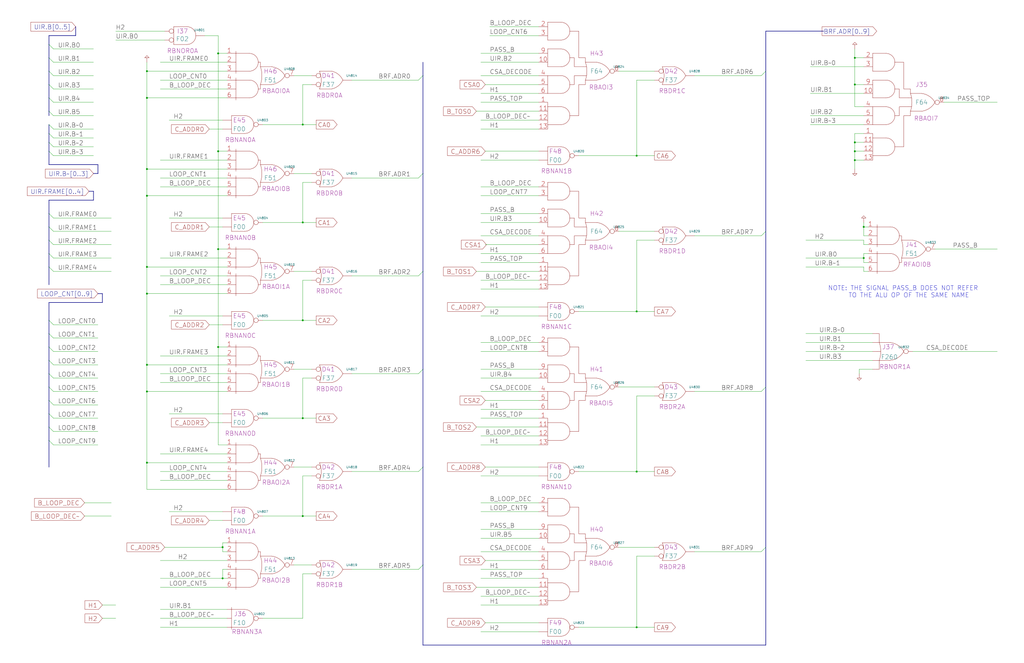
<source format=kicad_sch>
(kicad_sch (version 20230121) (generator eeschema)
  (paper "User" 584.2 378.46)
  (title_block (title "REGISTER FILE CONTROL\\nB ADDRESS GENERATION") (date "15-MAR-90") (rev "1.0") (comment 1 "TYPE") (comment 2 "232-003062") (comment 3 "S400") (comment 4 "RELEASED"))
  (junction (at 83.82 152.4))
  (junction (at 172.72 182.88))
  (junction (at 363.22 177.8))
  (junction (at 127 330.2))
  (junction (at 363.22 88.9))
  (junction (at 83.82 40.64))
  (junction (at 83.82 208.28))
  (junction (at 487.68 48.26))
  (junction (at 127 312.42))
  (junction (at 83.82 111.76))
  (junction (at 124.46 86.36))
  (junction (at 487.68 81.28))
  (junction (at 487.68 33.02))
  (junction (at 124.46 142.24))
  (junction (at 83.82 96.52))
  (junction (at 492.76 129.54))
  (junction (at 83.82 223.52))
  (junction (at 83.82 264.16))
  (junction (at 172.72 294.64))
  (junction (at 83.82 167.64))
  (junction (at 172.72 71.12))
  (junction (at 363.22 358.14))
  (junction (at 83.82 55.88))
  (junction (at 172.72 238.76))
  (junction (at 492.76 147.32))
  (junction (at 124.46 198.12))
  (junction (at 124.46 30.48))
  (junction (at 363.22 269.24))
  (junction (at 487.68 91.44))
  (junction (at 487.68 86.36))
  (junction (at 172.72 127))
  (bus_entry (at 27.94 129.54) (size 2.54 2.54))
  (bus_entry (at 27.94 63.5) (size 2.54 2.54))
  (bus_entry (at 27.94 182.88) (size 2.54 2.54))
  (bus_entry (at 27.94 144.78) (size 2.54 2.54))
  (bus_entry (at 27.94 228.6) (size 2.54 2.54))
  (bus_entry (at 27.94 236.22) (size 2.54 2.54))
  (bus_entry (at 27.94 121.92) (size 2.54 2.54))
  (bus_entry (at 241.3 210.82) (size -2.54 2.54))
  (bus_entry (at 27.94 190.5) (size 2.54 2.54))
  (bus_entry (at 27.94 152.4) (size 2.54 2.54))
  (bus_entry (at 27.94 25.4) (size 2.54 2.54))
  (bus_entry (at 27.94 251.46) (size 2.54 2.54))
  (bus_entry (at 27.94 76.2) (size 2.54 2.54))
  (bus_entry (at 27.94 220.98) (size 2.54 2.54))
  (bus_entry (at 27.94 33.02) (size 2.54 2.54))
  (bus_entry (at 241.3 99.06) (size -2.54 2.54))
  (bus_entry (at 27.94 243.84) (size 2.54 2.54))
  (bus_entry (at 27.94 86.36) (size 2.54 2.54))
  (bus_entry (at 27.94 81.28) (size 2.54 2.54))
  (bus_entry (at 436.88 40.64) (size -2.54 2.54))
  (bus_entry (at 27.94 198.12) (size 2.54 2.54))
  (bus_entry (at 27.94 205.74) (size 2.54 2.54))
  (bus_entry (at 436.88 132.08) (size -2.54 2.54))
  (bus_entry (at 27.94 40.64) (size 2.54 2.54))
  (bus_entry (at 241.3 154.94) (size -2.54 2.54))
  (bus_entry (at 241.3 322.58) (size -2.54 2.54))
  (bus_entry (at 27.94 48.26) (size 2.54 2.54))
  (bus_entry (at 27.94 213.36) (size 2.54 2.54))
  (bus_entry (at 27.94 137.16) (size 2.54 2.54))
  (bus_entry (at 27.94 71.12) (size 2.54 2.54))
  (bus_entry (at 27.94 55.88) (size 2.54 2.54))
  (bus_entry (at 241.3 266.7) (size -2.54 2.54))
  (bus_entry (at 436.88 220.98) (size -2.54 2.54))
  (bus_entry (at 241.3 43.18) (size -2.54 2.54))
  (bus_entry (at 436.88 312.42) (size -2.54 2.54))
  (wire (pts (xy 459.74 200.66) (xy 497.84 200.66)))
  (wire (pts (xy 83.82 167.64) (xy 83.82 208.28)))
  (wire (pts (xy 276.86 139.7) (xy 307.34 139.7)))
  (wire (pts (xy 274.32 134.62) (xy 307.34 134.62)))
  (wire (pts (xy 129.54 279.4) (xy 83.82 279.4)))
  (wire (pts (xy 167.64 322.58) (xy 177.8 322.58)))
  (wire (pts (xy 58.42 345.44) (xy 66.04 345.44)))
  (wire (pts (xy 276.86 266.7) (xy 307.34 266.7)))
  (wire (pts (xy 396.24 134.62) (xy 434.34 134.62)))
  (bus (pts (xy 27.94 228.6) (xy 27.94 236.22)))
  (wire (pts (xy 492.76 60.96) (xy 487.68 60.96)))
  (wire (pts (xy 83.82 208.28) (xy 83.82 223.52)))
  (wire (pts (xy 274.32 165.1) (xy 307.34 165.1)))
  (wire (pts (xy 91.44 213.36) (xy 129.54 213.36)))
  (wire (pts (xy 83.82 264.16) (xy 83.82 279.4)))
  (bus (pts (xy 50.8 109.22) (xy 53.34 109.22)))
  (wire (pts (xy 172.72 71.12) (xy 180.34 71.12)))
  (bus (pts (xy 27.94 243.84) (xy 27.94 251.46)))
  (wire (pts (xy 124.46 86.36) (xy 129.54 86.36)))
  (bus (pts (xy 27.94 213.36) (xy 27.94 220.98)))
  (wire (pts (xy 487.68 48.26) (xy 487.68 33.02)))
  (wire (pts (xy 119.38 297.18) (xy 127 297.18)))
  (bus (pts (xy 27.94 205.74) (xy 27.94 213.36)))
  (bus (pts (xy 27.94 71.12) (xy 27.94 76.2)))
  (wire (pts (xy 274.32 254) (xy 307.34 254)))
  (wire (pts (xy 48.26 294.64) (xy 63.5 294.64)))
  (wire (pts (xy 30.48 238.76) (xy 55.88 238.76)))
  (wire (pts (xy 200.66 101.6) (xy 238.76 101.6)))
  (wire (pts (xy 127 309.88) (xy 129.54 309.88)))
  (wire (pts (xy 274.32 223.52) (xy 307.34 223.52)))
  (wire (pts (xy 91.44 91.44) (xy 129.54 91.44)))
  (wire (pts (xy 274.32 238.76) (xy 307.34 238.76)))
  (wire (pts (xy 167.64 210.82) (xy 177.8 210.82)))
  (wire (pts (xy 274.32 106.68) (xy 307.34 106.68)))
  (wire (pts (xy 495.3 134.62) (xy 492.76 134.62)))
  (wire (pts (xy 274.32 121.92) (xy 307.34 121.92)))
  (bus (pts (xy 27.94 121.92) (xy 27.94 129.54)))
  (wire (pts (xy 490.22 210.82) (xy 490.22 213.36)))
  (wire (pts (xy 30.48 83.82) (xy 53.34 83.82)))
  (wire (pts (xy 91.44 218.44) (xy 129.54 218.44)))
  (wire (pts (xy 127 325.12) (xy 127 330.2)))
  (bus (pts (xy 27.94 144.78) (xy 27.94 152.4)))
  (wire (pts (xy 274.32 91.44) (xy 307.34 91.44)))
  (wire (pts (xy 30.48 215.9) (xy 55.88 215.9)))
  (wire (pts (xy 91.44 259.08) (xy 129.54 259.08)))
  (bus (pts (xy 27.94 86.36) (xy 27.94 93.98)))
  (wire (pts (xy 91.44 50.8) (xy 129.54 50.8)))
  (wire (pts (xy 93.98 312.42) (xy 127 312.42)))
  (wire (pts (xy 30.48 50.8) (xy 53.34 50.8)))
  (wire (pts (xy 91.44 330.2) (xy 127 330.2)))
  (wire (pts (xy 83.82 152.4) (xy 83.82 167.64)))
  (wire (pts (xy 30.48 200.66) (xy 55.88 200.66)))
  (wire (pts (xy 91.44 347.98) (xy 129.54 347.98)))
  (bus (pts (xy 436.88 17.78) (xy 436.88 40.64)))
  (wire (pts (xy 167.64 154.94) (xy 177.8 154.94)))
  (wire (pts (xy 363.22 358.14) (xy 373.38 358.14)))
  (wire (pts (xy 96.52 124.46) (xy 127 124.46)))
  (wire (pts (xy 363.22 88.9) (xy 373.38 88.9)))
  (bus (pts (xy 27.94 198.12) (xy 27.94 205.74)))
  (wire (pts (xy 200.66 269.24) (xy 238.76 269.24)))
  (wire (pts (xy 30.48 231.14) (xy 55.88 231.14)))
  (wire (pts (xy 119.38 185.42) (xy 127 185.42)))
  (wire (pts (xy 271.78 63.5) (xy 307.34 63.5)))
  (wire (pts (xy 459.74 205.74) (xy 497.84 205.74)))
  (bus (pts (xy 27.94 190.5) (xy 27.94 198.12)))
  (wire (pts (xy 462.28 38.1) (xy 492.76 38.1)))
  (bus (pts (xy 241.3 210.82) (xy 241.3 266.7)))
  (wire (pts (xy 487.68 86.36) (xy 492.76 86.36)))
  (bus (pts (xy 27.94 129.54) (xy 27.94 137.16)))
  (bus (pts (xy 27.94 76.2) (xy 27.94 81.28)))
  (wire (pts (xy 271.78 154.94) (xy 307.34 154.94)))
  (wire (pts (xy 200.66 157.48) (xy 238.76 157.48)))
  (wire (pts (xy 520.7 200.66) (xy 568.96 200.66)))
  (wire (pts (xy 487.68 60.96) (xy 487.68 48.26)))
  (wire (pts (xy 459.74 137.16) (xy 492.76 137.16)))
  (bus (pts (xy 27.94 137.16) (xy 27.94 144.78)))
  (wire (pts (xy 271.78 335.28) (xy 307.34 335.28)))
  (wire (pts (xy 353.06 132.08) (xy 373.38 132.08)))
  (wire (pts (xy 200.66 213.36) (xy 238.76 213.36)))
  (wire (pts (xy 124.46 142.24) (xy 124.46 198.12)))
  (wire (pts (xy 353.06 312.42) (xy 373.38 312.42)))
  (wire (pts (xy 149.86 127) (xy 172.72 127)))
  (wire (pts (xy 363.22 45.72) (xy 363.22 88.9)))
  (wire (pts (xy 487.68 33.02) (xy 487.68 27.94)))
  (wire (pts (xy 30.48 185.42) (xy 55.88 185.42)))
  (wire (pts (xy 149.86 353.06) (xy 172.72 353.06)))
  (wire (pts (xy 124.46 30.48) (xy 124.46 86.36)))
  (wire (pts (xy 274.32 248.92) (xy 307.34 248.92)))
  (bus (pts (xy 53.34 99.06) (xy 55.88 99.06)))
  (wire (pts (xy 91.44 162.56) (xy 129.54 162.56)))
  (wire (pts (xy 279.4 15.24) (xy 307.34 15.24)))
  (wire (pts (xy 200.66 45.72) (xy 238.76 45.72)))
  (wire (pts (xy 83.82 264.16) (xy 129.54 264.16)))
  (bus (pts (xy 436.88 220.98) (xy 436.88 312.42)))
  (wire (pts (xy 330.2 88.9) (xy 363.22 88.9)))
  (wire (pts (xy 129.54 111.76) (xy 83.82 111.76)))
  (wire (pts (xy 172.72 160.02) (xy 172.72 182.88)))
  (wire (pts (xy 172.72 182.88) (xy 180.34 182.88)))
  (wire (pts (xy 274.32 160.02) (xy 307.34 160.02)))
  (wire (pts (xy 487.68 81.28) (xy 487.68 86.36)))
  (wire (pts (xy 30.48 132.08) (xy 63.5 132.08)))
  (wire (pts (xy 167.64 99.06) (xy 177.8 99.06)))
  (wire (pts (xy 274.32 233.68) (xy 307.34 233.68)))
  (wire (pts (xy 83.82 35.56) (xy 83.82 40.64)))
  (wire (pts (xy 129.54 314.96) (xy 127 314.96)))
  (wire (pts (xy 129.54 223.52) (xy 83.82 223.52)))
  (bus (pts (xy 27.94 48.26) (xy 27.94 55.88)))
  (wire (pts (xy 274.32 30.48) (xy 307.34 30.48)))
  (wire (pts (xy 274.32 73.66) (xy 307.34 73.66)))
  (wire (pts (xy 330.2 177.8) (xy 363.22 177.8)))
  (wire (pts (xy 119.38 129.54) (xy 127 129.54)))
  (wire (pts (xy 274.32 68.58) (xy 307.34 68.58)))
  (wire (pts (xy 30.48 139.7) (xy 63.5 139.7)))
  (bus (pts (xy 241.3 266.7) (xy 241.3 322.58)))
  (wire (pts (xy 48.26 287.02) (xy 63.5 287.02)))
  (wire (pts (xy 373.38 45.72) (xy 363.22 45.72)))
  (wire (pts (xy 274.32 325.12) (xy 307.34 325.12)))
  (wire (pts (xy 363.22 137.16) (xy 363.22 177.8)))
  (wire (pts (xy 172.72 215.9) (xy 172.72 238.76)))
  (wire (pts (xy 274.32 200.66) (xy 307.34 200.66)))
  (wire (pts (xy 91.44 157.48) (xy 129.54 157.48)))
  (wire (pts (xy 116.84 20.32) (xy 124.46 20.32)))
  (wire (pts (xy 487.68 91.44) (xy 492.76 91.44)))
  (wire (pts (xy 274.32 360.68) (xy 307.34 360.68)))
  (wire (pts (xy 274.32 340.36) (xy 307.34 340.36)))
  (bus (pts (xy 58.42 167.64) (xy 58.42 172.72)))
  (wire (pts (xy 127 314.96) (xy 127 312.42)))
  (wire (pts (xy 363.22 269.24) (xy 373.38 269.24)))
  (wire (pts (xy 495.3 154.94) (xy 492.76 154.94)))
  (wire (pts (xy 330.2 358.14) (xy 363.22 358.14)))
  (wire (pts (xy 492.76 127) (xy 492.76 129.54)))
  (wire (pts (xy 167.64 266.7) (xy 177.8 266.7)))
  (wire (pts (xy 487.68 86.36) (xy 487.68 91.44)))
  (wire (pts (xy 459.74 190.5) (xy 497.84 190.5)))
  (wire (pts (xy 30.48 246.38) (xy 55.88 246.38)))
  (wire (pts (xy 462.28 66.04) (xy 492.76 66.04)))
  (wire (pts (xy 462.28 53.34) (xy 492.76 53.34)))
  (wire (pts (xy 172.72 327.66) (xy 172.72 353.06)))
  (wire (pts (xy 276.86 228.6) (xy 307.34 228.6)))
  (wire (pts (xy 124.46 30.48) (xy 129.54 30.48)))
  (wire (pts (xy 177.8 48.26) (xy 172.72 48.26)))
  (wire (pts (xy 149.86 71.12) (xy 172.72 71.12)))
  (wire (pts (xy 149.86 182.88) (xy 172.72 182.88)))
  (wire (pts (xy 124.46 142.24) (xy 129.54 142.24)))
  (wire (pts (xy 492.76 139.7) (xy 492.76 137.16)))
  (wire (pts (xy 129.54 55.88) (xy 83.82 55.88)))
  (wire (pts (xy 172.72 294.64) (xy 180.34 294.64)))
  (wire (pts (xy 538.48 58.42) (xy 568.96 58.42)))
  (wire (pts (xy 177.8 104.14) (xy 172.72 104.14)))
  (wire (pts (xy 91.44 203.2) (xy 129.54 203.2)))
  (wire (pts (xy 274.32 215.9) (xy 307.34 215.9)))
  (wire (pts (xy 492.76 154.94) (xy 492.76 152.4)))
  (wire (pts (xy 274.32 292.1) (xy 307.34 292.1)))
  (wire (pts (xy 373.38 137.16) (xy 363.22 137.16)))
  (wire (pts (xy 58.42 353.06) (xy 66.04 353.06)))
  (wire (pts (xy 396.24 314.96) (xy 434.34 314.96)))
  (wire (pts (xy 124.46 20.32) (xy 124.46 30.48)))
  (bus (pts (xy 27.94 251.46) (xy 27.94 266.7)))
  (wire (pts (xy 30.48 223.52) (xy 55.88 223.52)))
  (wire (pts (xy 274.32 210.82) (xy 307.34 210.82)))
  (bus (pts (xy 241.3 368.3) (xy 436.88 368.3)))
  (wire (pts (xy 274.32 345.44) (xy 307.34 345.44)))
  (bus (pts (xy 27.94 20.32) (xy 27.94 25.4)))
  (wire (pts (xy 353.06 220.98) (xy 373.38 220.98)))
  (wire (pts (xy 149.86 238.76) (xy 172.72 238.76)))
  (wire (pts (xy 495.3 149.86) (xy 492.76 149.86)))
  (wire (pts (xy 396.24 223.52) (xy 434.34 223.52)))
  (bus (pts (xy 55.88 99.06) (xy 55.88 93.98)))
  (wire (pts (xy 83.82 40.64) (xy 83.82 55.88)))
  (bus (pts (xy 58.42 172.72) (xy 27.94 172.72)))
  (wire (pts (xy 276.86 48.26) (xy 307.34 48.26)))
  (wire (pts (xy 83.82 223.52) (xy 83.82 264.16)))
  (wire (pts (xy 172.72 48.26) (xy 172.72 71.12)))
  (wire (pts (xy 91.44 335.28) (xy 129.54 335.28)))
  (bus (pts (xy 241.3 43.18) (xy 241.3 99.06)))
  (wire (pts (xy 363.22 317.5) (xy 363.22 358.14)))
  (wire (pts (xy 124.46 254) (xy 129.54 254)))
  (wire (pts (xy 373.38 226.06) (xy 363.22 226.06)))
  (wire (pts (xy 274.32 271.78) (xy 307.34 271.78)))
  (wire (pts (xy 129.54 167.64) (xy 83.82 167.64)))
  (wire (pts (xy 459.74 195.58) (xy 497.84 195.58)))
  (wire (pts (xy 492.76 134.62) (xy 492.76 129.54)))
  (wire (pts (xy 119.38 241.3) (xy 127 241.3)))
  (wire (pts (xy 30.48 43.18) (xy 53.34 43.18)))
  (wire (pts (xy 495.3 139.7) (xy 492.76 139.7)))
  (wire (pts (xy 30.48 208.28) (xy 55.88 208.28)))
  (wire (pts (xy 129.54 325.12) (xy 127 325.12)))
  (wire (pts (xy 177.8 215.9) (xy 172.72 215.9)))
  (bus (pts (xy 53.34 114.3) (xy 27.94 114.3)))
  (wire (pts (xy 274.32 330.2) (xy 307.34 330.2)))
  (wire (pts (xy 172.72 271.78) (xy 172.72 294.64)))
  (wire (pts (xy 487.68 81.28) (xy 492.76 81.28)))
  (wire (pts (xy 66.04 17.78) (xy 93.98 17.78)))
  (bus (pts (xy 27.94 25.4) (xy 27.94 33.02)))
  (wire (pts (xy 124.46 198.12) (xy 124.46 254)))
  (bus (pts (xy 241.3 322.58) (xy 241.3 368.3)))
  (wire (pts (xy 91.44 274.32) (xy 129.54 274.32)))
  (wire (pts (xy 83.82 96.52) (xy 129.54 96.52)))
  (wire (pts (xy 119.38 73.66) (xy 127 73.66)))
  (wire (pts (xy 30.48 27.94) (xy 53.34 27.94)))
  (wire (pts (xy 91.44 106.68) (xy 129.54 106.68)))
  (wire (pts (xy 127 330.2) (xy 129.54 330.2)))
  (wire (pts (xy 96.52 68.58) (xy 127 68.58)))
  (wire (pts (xy 83.82 55.88) (xy 83.82 96.52)))
  (wire (pts (xy 30.48 66.04) (xy 53.34 66.04)))
  (wire (pts (xy 91.44 358.14) (xy 129.54 358.14)))
  (wire (pts (xy 274.32 287.02) (xy 307.34 287.02)))
  (wire (pts (xy 533.4 142.24) (xy 568.96 142.24)))
  (wire (pts (xy 276.86 86.36) (xy 307.34 86.36)))
  (bus (pts (xy 43.18 15.24) (xy 43.18 20.32)))
  (bus (pts (xy 436.88 312.42) (xy 436.88 368.3)))
  (wire (pts (xy 149.86 294.64) (xy 172.72 294.64)))
  (wire (pts (xy 30.48 147.32) (xy 63.5 147.32)))
  (wire (pts (xy 274.32 180.34) (xy 307.34 180.34)))
  (wire (pts (xy 83.82 111.76) (xy 83.82 152.4)))
  (wire (pts (xy 96.52 292.1) (xy 127 292.1)))
  (wire (pts (xy 91.44 45.72) (xy 129.54 45.72)))
  (wire (pts (xy 492.76 129.54) (xy 495.3 129.54)))
  (wire (pts (xy 274.32 195.58) (xy 307.34 195.58)))
  (wire (pts (xy 276.86 175.26) (xy 307.34 175.26)))
  (wire (pts (xy 487.68 76.2) (xy 487.68 81.28)))
  (bus (pts (xy 27.94 114.3) (xy 27.94 121.92)))
  (wire (pts (xy 177.8 160.02) (xy 172.72 160.02)))
  (bus (pts (xy 241.3 99.06) (xy 241.3 154.94)))
  (wire (pts (xy 30.48 124.46) (xy 63.5 124.46)))
  (wire (pts (xy 177.8 327.66) (xy 172.72 327.66)))
  (wire (pts (xy 274.32 53.34) (xy 307.34 53.34)))
  (wire (pts (xy 177.8 271.78) (xy 172.72 271.78)))
  (wire (pts (xy 124.46 86.36) (xy 124.46 142.24)))
  (wire (pts (xy 83.82 96.52) (xy 83.82 111.76)))
  (wire (pts (xy 127 312.42) (xy 127 309.88)))
  (wire (pts (xy 373.38 317.5) (xy 363.22 317.5)))
  (wire (pts (xy 66.04 22.86) (xy 93.98 22.86)))
  (wire (pts (xy 96.52 180.34) (xy 127 180.34)))
  (wire (pts (xy 83.82 208.28) (xy 129.54 208.28)))
  (bus (pts (xy 27.94 33.02) (xy 27.94 40.64)))
  (wire (pts (xy 271.78 243.84) (xy 307.34 243.84)))
  (wire (pts (xy 492.76 147.32) (xy 492.76 144.78)))
  (wire (pts (xy 91.44 147.32) (xy 129.54 147.32)))
  (wire (pts (xy 30.48 58.42) (xy 53.34 58.42)))
  (wire (pts (xy 363.22 226.06) (xy 363.22 269.24)))
  (bus (pts (xy 53.34 109.22) (xy 53.34 114.3)))
  (wire (pts (xy 279.4 20.32) (xy 307.34 20.32)))
  (wire (pts (xy 462.28 71.12) (xy 492.76 71.12)))
  (bus (pts (xy 27.94 40.64) (xy 27.94 48.26)))
  (wire (pts (xy 274.32 111.76) (xy 307.34 111.76)))
  (bus (pts (xy 241.3 154.94) (xy 241.3 210.82)))
  (wire (pts (xy 30.48 154.94) (xy 63.5 154.94)))
  (wire (pts (xy 30.48 88.9) (xy 53.34 88.9)))
  (wire (pts (xy 459.74 147.32) (xy 492.76 147.32)))
  (bus (pts (xy 436.88 17.78) (xy 469.9 17.78)))
  (bus (pts (xy 27.94 152.4) (xy 27.94 162.56)))
  (bus (pts (xy 27.94 182.88) (xy 27.94 190.5)))
  (wire (pts (xy 487.68 48.26) (xy 492.76 48.26)))
  (wire (pts (xy 30.48 35.56) (xy 53.34 35.56)))
  (wire (pts (xy 497.84 210.82) (xy 490.22 210.82)))
  (wire (pts (xy 274.32 314.96) (xy 307.34 314.96)))
  (bus (pts (xy 436.88 132.08) (xy 436.88 220.98)))
  (wire (pts (xy 96.52 236.22) (xy 127 236.22)))
  (wire (pts (xy 172.72 127) (xy 180.34 127)))
  (bus (pts (xy 436.88 40.64) (xy 436.88 132.08)))
  (wire (pts (xy 330.2 269.24) (xy 363.22 269.24)))
  (wire (pts (xy 30.48 254) (xy 55.88 254)))
  (bus (pts (xy 55.88 93.98) (xy 27.94 93.98)))
  (wire (pts (xy 274.32 35.56) (xy 307.34 35.56)))
  (wire (pts (xy 492.76 144.78) (xy 495.3 144.78)))
  (wire (pts (xy 276.86 320.04) (xy 307.34 320.04)))
  (bus (pts (xy 27.94 236.22) (xy 27.94 243.84)))
  (wire (pts (xy 274.32 144.78) (xy 307.34 144.78)))
  (bus (pts (xy 55.88 167.64) (xy 58.42 167.64)))
  (wire (pts (xy 91.44 35.56) (xy 129.54 35.56)))
  (wire (pts (xy 172.72 104.14) (xy 172.72 127)))
  (wire (pts (xy 363.22 177.8) (xy 373.38 177.8)))
  (wire (pts (xy 276.86 355.6) (xy 307.34 355.6)))
  (wire (pts (xy 274.32 302.26) (xy 307.34 302.26)))
  (wire (pts (xy 274.32 58.42) (xy 307.34 58.42)))
  (wire (pts (xy 274.32 43.18) (xy 307.34 43.18)))
  (wire (pts (xy 167.64 43.18) (xy 177.8 43.18)))
  (wire (pts (xy 91.44 101.6) (xy 129.54 101.6)))
  (bus (pts (xy 27.94 172.72) (xy 27.94 182.88)))
  (bus (pts (xy 27.94 220.98) (xy 27.94 228.6)))
  (wire (pts (xy 91.44 353.06) (xy 129.54 353.06)))
  (bus (pts (xy 27.94 81.28) (xy 27.94 86.36)))
  (wire (pts (xy 487.68 33.02) (xy 492.76 33.02)))
  (wire (pts (xy 83.82 40.64) (xy 129.54 40.64)))
  (bus (pts (xy 27.94 55.88) (xy 27.94 63.5)))
  (bus (pts (xy 43.18 20.32) (xy 27.94 20.32)))
  (bus (pts (xy 27.94 63.5) (xy 27.94 66.04)))
  (wire (pts (xy 30.48 78.74) (xy 53.34 78.74)))
  (wire (pts (xy 274.32 127) (xy 307.34 127)))
  (wire (pts (xy 487.68 91.44) (xy 487.68 96.52)))
  (wire (pts (xy 353.06 40.64) (xy 373.38 40.64)))
  (bus (pts (xy 241.3 35.56) (xy 241.3 43.18)))
  (wire (pts (xy 459.74 152.4) (xy 492.76 152.4)))
  (wire (pts (xy 172.72 238.76) (xy 180.34 238.76)))
  (wire (pts (xy 30.48 73.66) (xy 53.34 73.66)))
  (wire (pts (xy 492.76 76.2) (xy 487.68 76.2)))
  (wire (pts (xy 200.66 325.12) (xy 238.76 325.12)))
  (wire (pts (xy 30.48 193.04) (xy 55.88 193.04)))
  (wire (pts (xy 124.46 198.12) (xy 129.54 198.12)))
  (wire (pts (xy 91.44 320.04) (xy 129.54 320.04)))
  (wire (pts (xy 83.82 152.4) (xy 129.54 152.4)))
  (wire (pts (xy 274.32 307.34) (xy 307.34 307.34)))
  (wire (pts (xy 91.44 269.24) (xy 129.54 269.24)))
  (wire (pts (xy 396.24 43.18) (xy 434.34 43.18)))
  (wire (pts (xy 492.76 149.86) (xy 492.76 147.32)))
  (wire (pts (xy 274.32 149.86) (xy 307.34 149.86)))
  (text "NOTE: THE SIGNAL PASS_B DOES NOT REFER\n      TO THE ALU OP OF THE SAME NAME" (at 472.44 170.18 0) (effects (font (size 2.54 2.54)) (justify left bottom)))
  (label "LOOP_CNT7" (at 279.4 111.76 0) (effects (font (size 2.54 2.54))))
  (label "UIR.B4" (at 33.02 58.42 0) (effects (font (size 2.54 2.54))))
  (label "B_LOOP_DEC" (at 96.52 330.2 0) (effects (font (size 2.54 2.54))))
  (label "UIR.B1" (at 467.36 195.58 0) (effects (font (size 2.54 2.54))))
  (label "UIR.FRAME1" (at 33.02 132.08 0) (effects (font (size 2.54 2.54))))
  (label "BRF.ADR2" (at 215.9 157.48 0) (effects (font (size 2.54 2.54))))
  (label "H2" (at 279.4 180.34 0) (effects (font (size 2.54 2.54))))
  (label "UIR.B3" (at 279.4 127 0) (effects (font (size 2.54 2.54))))
  (label "PASS_TOP" (at 546.1 58.42 0) (effects (font (size 2.54 2.54))))
  (label "UIR.B2" (at 462.28 66.04 0) (effects (font (size 2.54 2.54))))
  (label "UIR.FRAME3" (at 33.02 147.32 0) (effects (font (size 2.54 2.54))))
  (label "B_LOOP_DEC~" (at 276.86 68.58 0) (effects (font (size 2.54 2.54))))
  (label "UIR.B~1" (at 464.82 152.4 0) (effects (font (size 2.54 2.54))))
  (label "UIR.B0" (at 66.04 22.86 0) (effects (font (size 2.54 2.54))))
  (label "CSA_DECODE" (at 279.4 43.18 0) (effects (font (size 2.54 2.54))))
  (label "BRF.ADR9" (at 411.48 314.96 0) (effects (font (size 2.54 2.54))))
  (label "H2" (at 99.06 236.22 0) (effects (font (size 2.54 2.54))))
  (label "UIR.B1" (at 462.28 53.34 0) (effects (font (size 2.54 2.54))))
  (label "UIR.B~2" (at 33.02 83.82 0) (effects (font (size 2.54 2.54))))
  (label "BRF.ADR8" (at 411.48 223.52 0) (effects (font (size 2.54 2.54))))
  (label "UIR.B5" (at 33.02 66.04 0) (effects (font (size 2.54 2.54))))
  (label "H1" (at 279.4 345.44 0) (effects (font (size 2.54 2.54))))
  (label "LOOP_CNT9" (at 279.4 292.1 0) (effects (font (size 2.54 2.54))))
  (label "UIR.B~0" (at 467.36 190.5 0) (effects (font (size 2.54 2.54))))
  (label "CSA_DECODE" (at 279.4 223.52 0) (effects (font (size 2.54 2.54))))
  (label "H2" (at 99.06 68.58 0) (effects (font (size 2.54 2.54))))
  (label "H1" (at 279.4 53.34 0) (effects (font (size 2.54 2.54))))
  (label "LOOP_CNT1" (at 33.02 193.04 0) (effects (font (size 2.54 2.54))))
  (label "LOOP_CNT2" (at 96.52 157.48 0) (effects (font (size 2.54 2.54))))
  (label "PASS_B" (at 279.4 121.92 0) (effects (font (size 2.54 2.54))))
  (label "H1" (at 279.4 73.66 0) (effects (font (size 2.54 2.54))))
  (label "UIR.B~0" (at 33.02 73.66 0) (effects (font (size 2.54 2.54))))
  (label "LOOP_CNT6" (at 279.4 20.32 0) (effects (font (size 2.54 2.54))))
  (label "UIR.B~2" (at 467.36 200.66 0) (effects (font (size 2.54 2.54))))
  (label "B_LOOP_DEC~" (at 276.86 160.02 0) (effects (font (size 2.54 2.54))))
  (label "H2" (at 99.06 180.34 0) (effects (font (size 2.54 2.54))))
  (label "LOOP_CNT2" (at 33.02 200.66 0) (effects (font (size 2.54 2.54))))
  (label "H1" (at 279.4 254 0) (effects (font (size 2.54 2.54))))
  (label "UIR.B0" (at 464.82 147.32 0) (effects (font (size 2.54 2.54))))
  (label "LOOP_CNT4" (at 33.02 215.9 0) (effects (font (size 2.54 2.54))))
  (label "B_LOOP_DEC" (at 96.52 50.8 0) (effects (font (size 2.54 2.54))))
  (label "UIR.B~3" (at 462.28 71.12 0) (effects (font (size 2.54 2.54))))
  (label "LOOP_CNT6" (at 33.02 231.14 0) (effects (font (size 2.54 2.54))))
  (label "UIR.FRAME4" (at 33.02 154.94 0) (effects (font (size 2.54 2.54))))
  (label "UIR.B3" (at 33.02 50.8 0) (effects (font (size 2.54 2.54))))
  (label "LOOP_CNT0" (at 96.52 45.72 0) (effects (font (size 2.54 2.54))))
  (label "LOOP_CNT1" (at 96.52 101.6 0) (effects (font (size 2.54 2.54))))
  (label "H1" (at 279.4 144.78 0) (effects (font (size 2.54 2.54))))
  (label "B_LOOP_DEC" (at 279.4 15.24 0) (effects (font (size 2.54 2.54))))
  (label "BRF.ADR7" (at 411.48 134.62 0) (effects (font (size 2.54 2.54))))
  (label "BRF.ADR6" (at 411.48 43.18 0) (effects (font (size 2.54 2.54))))
  (label "UIR.B5" (at 279.4 307.34 0) (effects (font (size 2.54 2.54))))
  (label "H2" (at 101.6 320.04 0) (effects (font (size 2.54 2.54))))
  (label "LOOP_CNT9" (at 33.02 254 0) (effects (font (size 2.54 2.54))))
  (label "UIR.FRAME1" (at 96.52 91.44 0) (effects (font (size 2.54 2.54))))
  (label "BRF.ADR1" (at 215.9 101.6 0) (effects (font (size 2.54 2.54))))
  (label "BRF.ADR0" (at 215.9 45.72 0) (effects (font (size 2.54 2.54))))
  (label "UIR.FRAME2" (at 33.02 139.7 0) (effects (font (size 2.54 2.54))))
  (label "BRF.ADR5" (at 215.9 325.12 0) (effects (font (size 2.54 2.54))))
  (label "B_LOOP_DEC~" (at 276.86 340.36 0) (effects (font (size 2.54 2.54))))
  (label "CSA_DECODE" (at 279.4 314.96 0) (effects (font (size 2.54 2.54))))
  (label "UIR.B3" (at 467.36 205.74 0) (effects (font (size 2.54 2.54))))
  (label "H1" (at 279.4 233.68 0) (effects (font (size 2.54 2.54))))
  (label "PASS_B" (at 279.4 210.82 0) (effects (font (size 2.54 2.54))))
  (label "UIR.B2" (at 279.4 35.56 0) (effects (font (size 2.54 2.54))))
  (label "UIR.FRAME2" (at 96.52 147.32 0) (effects (font (size 2.54 2.54))))
  (label "LOOP_CNT8" (at 33.02 246.38 0) (effects (font (size 2.54 2.54))))
  (label "LOOP_CNT5" (at 96.52 335.28 0) (effects (font (size 2.54 2.54))))
  (label "H2" (at 279.4 91.44 0) (effects (font (size 2.54 2.54))))
  (label "H1" (at 279.4 325.12 0) (effects (font (size 2.54 2.54))))
  (label "LOOP_CNT0" (at 33.02 185.42 0) (effects (font (size 2.54 2.54))))
  (label "H2" (at 464.82 137.16 0) (effects (font (size 2.54 2.54))))
  (label "UIR.B4" (at 279.4 215.9 0) (effects (font (size 2.54 2.54))))
  (label "LOOP_CNT7" (at 33.02 238.76 0) (effects (font (size 2.54 2.54))))
  (label "LOOP_CNT3" (at 33.02 208.28 0) (effects (font (size 2.54 2.54))))
  (label "LOOP_CNT3" (at 96.52 213.36 0) (effects (font (size 2.54 2.54))))
  (label "B_LOOP_DEC" (at 96.52 274.32 0) (effects (font (size 2.54 2.54))))
  (label "B_LOOP_DEC" (at 96.52 218.44 0) (effects (font (size 2.54 2.54))))
  (label "B_LOOP_DEC" (at 96.52 106.68 0) (effects (font (size 2.54 2.54))))
  (label "PASS_B" (at 543.56 142.24 0) (effects (font (size 2.54 2.54))))
  (label "H2" (at 99.06 124.46 0) (effects (font (size 2.54 2.54))))
  (label "H2" (at 99.06 292.1 0) (effects (font (size 2.54 2.54))))
  (label "CSA_DECODE" (at 528.32 200.66 0) (effects (font (size 2.54 2.54))))
  (label "PASS_B" (at 279.4 302.26 0) (effects (font (size 2.54 2.54))))
  (label "BRF.ADR3" (at 215.9 213.36 0) (effects (font (size 2.54 2.54))))
  (label "B_LOOP_DEC" (at 96.52 162.56 0) (effects (font (size 2.54 2.54))))
  (label "PASS_TOP" (at 279.4 330.2 0) (effects (font (size 2.54 2.54))))
  (label "UIR.B1" (at 96.52 347.98 0) (effects (font (size 2.54 2.54))))
  (label "UIR.B0" (at 33.02 27.94 0) (effects (font (size 2.54 2.54))))
  (label "UIR.FRAME0" (at 96.52 35.56 0) (effects (font (size 2.54 2.54))))
  (label "UIR.B2" (at 33.02 43.18 0) (effects (font (size 2.54 2.54))))
  (label "H2" (at 279.4 360.68 0) (effects (font (size 2.54 2.54))))
  (label "H2" (at 279.4 271.78 0) (effects (font (size 2.54 2.54))))
  (label "BRF.ADR4" (at 215.9 269.24 0) (effects (font (size 2.54 2.54))))
  (label "B_LOOP_DEC~" (at 276.86 248.92 0) (effects (font (size 2.54 2.54))))
  (label "UIR.B~0" (at 462.28 38.1 0) (effects (font (size 2.54 2.54))))
  (label "B_LOOP_DEC" (at 279.4 287.02 0) (effects (font (size 2.54 2.54))))
  (label "UIR.B1" (at 33.02 35.56 0) (effects (font (size 2.54 2.54))))
  (label "PASS_B" (at 279.4 30.48 0) (effects (font (size 2.54 2.54))))
  (label "UIR.FRAME0" (at 33.02 124.46 0) (effects (font (size 2.54 2.54))))
  (label "UIR.FRAME4" (at 96.52 259.08 0) (effects (font (size 2.54 2.54))))
  (label "UIR.B~1" (at 33.02 78.74 0) (effects (font (size 2.54 2.54))))
  (label "H1" (at 96.52 358.14 0) (effects (font (size 2.54 2.54))))
  (label "PASS_TOP" (at 279.4 149.86 0) (effects (font (size 2.54 2.54))))
  (label "PASS_TOP" (at 279.4 58.42 0) (effects (font (size 2.54 2.54))))
  (label "H1" (at 279.4 165.1 0) (effects (font (size 2.54 2.54))))
  (label "LOOP_CNT5" (at 33.02 223.52 0) (effects (font (size 2.54 2.54))))
  (label "B_LOOP_DEC" (at 279.4 106.68 0) (effects (font (size 2.54 2.54))))
  (label "UIR.FRAME3" (at 96.52 203.2 0) (effects (font (size 2.54 2.54))))
  (label "LOOP_CNT8" (at 279.4 200.66 0) (effects (font (size 2.54 2.54))))
  (label "PASS_TOP" (at 279.4 238.76 0) (effects (font (size 2.54 2.54))))
  (label "UIR.B~3" (at 33.02 88.9 0) (effects (font (size 2.54 2.54))))
  (label "B_LOOP_DEC~" (at 96.52 353.06 0) (effects (font (size 2.54 2.54))))
  (label "H2" (at 66.04 17.78 0) (effects (font (size 2.54 2.54))))
  (label "B_LOOP_DEC" (at 279.4 195.58 0) (effects (font (size 2.54 2.54))))
  (label "LOOP_CNT4" (at 96.52 269.24 0) (effects (font (size 2.54 2.54))))
  (label "CSA_DECODE" (at 279.4 134.62 0) (effects (font (size 2.54 2.54))))
  (global_label "B_TOS0" (shape input) (at 271.78 63.5 180) (effects (font (size 2.54 2.54))) (property "Intersheetrefs" "${INTERSHEET_REFS}" (at 253.4073 63.3413 0) (effects (font (size 1.905 1.905)) (justify right))))
  (global_label "C_ADDR4" (shape input) (at 119.38 297.18 180) (effects (font (size 2.54 2.54))) (property "Intersheetrefs" "${INTERSHEET_REFS}" (at 97.8626 297.0213 0) (effects (font (size 1.905 1.905)) (justify right))))
  (global_label "C_ADDR5" (shape input) (at 93.98 312.42 180) (effects (font (size 2.54 2.54))) (property "Intersheetrefs" "${INTERSHEET_REFS}" (at 72.4626 312.2613 0) (effects (font (size 1.905 1.905)) (justify right))))
  (global_label "CA6" (shape output) (at 373.38 88.9 0) (effects (font (size 2.54 2.54))) (property "Intersheetrefs" "${INTERSHEET_REFS}" (at 385.3422 88.7413 0) (effects (font (size 1.905 1.905)) (justify left))))
  (global_label "C_ADDR0" (shape input) (at 119.38 73.66 180) (effects (font (size 2.54 2.54))) (property "Intersheetrefs" "${INTERSHEET_REFS}" (at 97.8626 73.5013 0) (effects (font (size 1.905 1.905)) (justify right))))
  (global_label "C_ADDR1" (shape input) (at 119.38 129.54 180) (effects (font (size 2.54 2.54))) (property "Intersheetrefs" "${INTERSHEET_REFS}" (at 99.7978 129.3813 0) (effects (font (size 1.905 1.905)) (justify right))))
  (global_label "CSA3" (shape input) (at 276.86 320.04 180) (effects (font (size 2.54 2.54))) (property "Intersheetrefs" "${INTERSHEET_REFS}" (at 262.4788 319.8813 0) (effects (font (size 1.905 1.905)) (justify right))))
  (global_label "CSA2" (shape input) (at 276.86 228.6 180) (effects (font (size 2.54 2.54))) (property "Intersheetrefs" "${INTERSHEET_REFS}" (at 262.4788 228.4413 0) (effects (font (size 1.905 1.905)) (justify right))))
  (global_label "CA7" (shape output) (at 373.38 177.8 0) (effects (font (size 2.54 2.54))) (property "Intersheetrefs" "${INTERSHEET_REFS}" (at 385.3422 177.6413 0) (effects (font (size 1.905 1.905)) (justify left))))
  (global_label "C_ADDR6" (shape input) (at 276.86 86.36 180) (effects (font (size 2.54 2.54))) (property "Intersheetrefs" "${INTERSHEET_REFS}" (at 255.3426 86.2013 0) (effects (font (size 1.905 1.905)) (justify right))))
  (global_label "BRF.ADR[0..9]" (shape output) (at 468.9551 17.78 0) (effects (font (size 2.54 2.54))) (property "Intersheetrefs" "${INTERSHEET_REFS}" (at 499.7859 17.6213 0) (effects (font (size 1.905 1.905)) (justify left))))
  (global_label "CSA1" (shape input) (at 277.5303 139.7 180) (effects (font (size 2.54 2.54))) (property "Intersheetrefs" "${INTERSHEET_REFS}" (at 263.1491 139.5413 0) (effects (font (size 1.905 1.905)) (justify right))))
  (global_label "LOOP_CNT[0..9]" (shape input) (at 55.88 167.64 180) (effects (font (size 2.54 2.54))) (property "Intersheetrefs" "${INTERSHEET_REFS}" (at 21.4207 167.4813 0) (effects (font (size 1.905 1.905)) (justify right))))
  (global_label "CA8" (shape output) (at 373.38 269.24 0) (effects (font (size 2.54 2.54))) (property "Intersheetrefs" "${INTERSHEET_REFS}" (at 385.3422 269.0813 0) (effects (font (size 1.905 1.905)) (justify left))))
  (global_label "C_ADDR3" (shape input) (at 119.38 241.3 180) (effects (font (size 2.54 2.54))) (property "Intersheetrefs" "${INTERSHEET_REFS}" (at 97.8626 241.1413 0) (effects (font (size 1.905 1.905)) (justify right))))
  (global_label "B_LOOP_DEC~" (shape input) (at 48.26 294.64 180) (effects (font (size 2.54 2.54))) (property "Intersheetrefs" "${INTERSHEET_REFS}" (at 18.2759 294.4813 0) (effects (font (size 1.905 1.905)) (justify right))))
  (global_label "CA4" (shape output) (at 180.34 294.64 0) (effects (font (size 2.54 2.54))) (property "Intersheetrefs" "${INTERSHEET_REFS}" (at 192.3022 294.4813 0) (effects (font (size 1.905 1.905)) (justify left))))
  (global_label "UIR.B~[0..3]" (shape input) (at 53.34 99.06 180) (effects (font (size 2.54 2.54))) (property "Intersheetrefs" "${INTERSHEET_REFS}" (at 25.8959 98.9013 0) (effects (font (size 1.905 1.905)) (justify right))))
  (global_label "H1" (shape input) (at 58.42 345.44 180) (effects (font (size 2.54 2.54))) (property "Intersheetrefs" "${INTERSHEET_REFS}" (at 48.514 345.2813 0) (effects (font (size 1.905 1.905)) (justify right))))
  (global_label "H2" (shape input) (at 58.42 353.06 180) (effects (font (size 2.54 2.54))) (property "Intersheetrefs" "${INTERSHEET_REFS}" (at 48.514 352.9013 0) (effects (font (size 1.905 1.905)) (justify right))))
  (global_label "CA1" (shape output) (at 180.34 127 0) (effects (font (size 2.54 2.54))) (property "Intersheetrefs" "${INTERSHEET_REFS}" (at 192.3022 126.8413 0) (effects (font (size 1.905 1.905)) (justify left))))
  (global_label "B_TOS2" (shape input) (at 271.78 243.84 180) (effects (font (size 2.54 2.54))) (property "Intersheetrefs" "${INTERSHEET_REFS}" (at 253.4073 243.6813 0) (effects (font (size 1.905 1.905)) (justify right))))
  (global_label "UIR.FRAME[0..4]" (shape input) (at 50.8 109.22 180) (effects (font (size 2.54 2.54))) (property "Intersheetrefs" "${INTERSHEET_REFS}" (at 15.615 109.0613 0) (effects (font (size 1.905 1.905)) (justify right))))
  (global_label "B_TOS1" (shape input) (at 271.78 154.94 180) (effects (font (size 2.54 2.54))) (property "Intersheetrefs" "${INTERSHEET_REFS}" (at 253.4073 154.7813 0) (effects (font (size 1.905 1.905)) (justify right))))
  (global_label "B_TOS3" (shape input) (at 271.78 335.28 180) (effects (font (size 2.54 2.54))) (property "Intersheetrefs" "${INTERSHEET_REFS}" (at 253.4073 335.1213 0) (effects (font (size 1.905 1.905)) (justify right))))
  (global_label "CA2" (shape output) (at 180.34 182.88 0) (effects (font (size 2.54 2.54))) (property "Intersheetrefs" "${INTERSHEET_REFS}" (at 192.3022 182.7213 0) (effects (font (size 1.905 1.905)) (justify left))))
  (global_label "CSA0" (shape input) (at 276.86 48.26 180) (effects (font (size 2.54 2.54))) (property "Intersheetrefs" "${INTERSHEET_REFS}" (at 262.4788 48.1013 0) (effects (font (size 1.905 1.905)) (justify right))))
  (global_label "CA0" (shape output) (at 180.34 71.12 0) (effects (font (size 2.54 2.54))) (property "Intersheetrefs" "${INTERSHEET_REFS}" (at 192.3022 70.9613 0) (effects (font (size 1.905 1.905)) (justify left))))
  (global_label "C_ADDR8" (shape input) (at 276.86 266.7 180) (effects (font (size 2.54 2.54))) (property "Intersheetrefs" "${INTERSHEET_REFS}" (at 255.3426 266.5413 0) (effects (font (size 1.905 1.905)) (justify right))))
  (global_label "CA9" (shape output) (at 373.38 358.14 0) (effects (font (size 2.54 2.54))) (property "Intersheetrefs" "${INTERSHEET_REFS}" (at 385.3422 357.9813 0) (effects (font (size 1.905 1.905)) (justify left))))
  (global_label "CA3" (shape output) (at 180.34 238.76 0) (effects (font (size 2.54 2.54))) (property "Intersheetrefs" "${INTERSHEET_REFS}" (at 192.3022 238.6013 0) (effects (font (size 1.905 1.905)) (justify left))))
  (global_label "B_LOOP_DEC" (shape input) (at 48.26 287.02 180) (effects (font (size 2.54 2.54))) (property "Intersheetrefs" "${INTERSHEET_REFS}" (at 20.0902 286.8613 0) (effects (font (size 1.905 1.905)) (justify right))))
  (global_label "UIR.B[0..5]" (shape input) (at 43.18 15.24 180) (effects (font (size 2.54 2.54))) (property "Intersheetrefs" "${INTERSHEET_REFS}" (at 17.913 15.0813 0) (effects (font (size 1.905 1.905)) (justify right))))
  (global_label "C_ADDR9" (shape input) (at 276.86 355.6 180) (effects (font (size 2.54 2.54))) (property "Intersheetrefs" "${INTERSHEET_REFS}" (at 255.3426 355.4413 0) (effects (font (size 1.905 1.905)) (justify right))))
  (global_label "C_ADDR2" (shape input) (at 119.38 185.42 180) (effects (font (size 2.54 2.54))) (property "Intersheetrefs" "${INTERSHEET_REFS}" (at 97.8626 185.2613 0) (effects (font (size 1.905 1.905)) (justify right))))
  (global_label "C_ADDR7" (shape input) (at 276.86 175.26 180) (effects (font (size 2.54 2.54))) (property "Intersheetrefs" "${INTERSHEET_REFS}" (at 255.3426 175.1013 0) (effects (font (size 1.905 1.905)) (justify right))))
  (symbol (lib_id "r1000:F10") (at 134.62 350.52 0) (unit 1)
    (property "Reference" "U4802" (at 147.955 350.52 0))
    (property "Value" "F10" (at 140.335 355.6 0) (effects (font (size 2.54 2.54)) (justify right)))
    (property "Location" "J36" (at 133.35 350.52 0) (effects (font (size 2.54 2.54)) (justify left)))
    (property "Name" "RBNAN3A" (at 132.08 360.68 0) (effects (font (size 2.54 2.54)) (justify left)))
  )
  (symbol (lib_id "r1000:F260") (at 505.46 198.12 0) (unit 1)
    (property "Reference" "U4832" (at 515.62 198.12 0))
    (property "Value" "F260" (at 507.365 203.835 0) (effects (font (size 2.54 2.54))))
    (property "Location" "J37" (at 506.73 198.12 0) (effects (font (size 2.54 2.54))))
    (property "Name" "RBNOR1A" (at 510.54 210.82 0) (effects (font (size 2.54 2.54)) (justify bottom)))
  )
  (symbol (lib_id "r1000:F37") (at 185.42 154.94 0) (unit 1) (convert 2)
    (property "Reference" "U4816" (at 200.66 154.94 0))
    (property "Value" "F37" (at 187.325 160.02 0) (effects (font (size 2.54 2.54))))
    (property "Location" "D41" (at 187.325 154.94 0) (effects (font (size 2.54 2.54))))
    (property "Name" "RBDR0C" (at 187.96 167.64 0) (effects (font (size 2.54 2.54)) (justify bottom)))
  )
  (symbol (lib_id "r1000:F00") (at 314.96 175.26 0) (unit 1)
    (property "Reference" "U4821" (at 330.2 175.26 0))
    (property "Value" "F00" (at 316.865 180.34 0) (effects (font (size 2.54 2.54))))
    (property "Location" "F48" (at 316.865 175.26 0) (effects (font (size 2.54 2.54))))
    (property "Name" "RBNAN1C" (at 317.5 187.96 0) (effects (font (size 2.54 2.54)) (justify bottom)))
  )
  (symbol (lib_id "r1000:F37") (at 185.42 210.82 0) (unit 1) (convert 2)
    (property "Reference" "U4817" (at 200.66 210.82 0))
    (property "Value" "F37" (at 187.325 215.9 0) (effects (font (size 2.54 2.54))))
    (property "Location" "D41" (at 187.325 210.82 0) (effects (font (size 2.54 2.54))))
    (property "Name" "RBDR0D" (at 187.96 223.52 0) (effects (font (size 2.54 2.54)) (justify bottom)))
  )
  (symbol (lib_id "r1000:F37") (at 381 40.64 0) (unit 1) (convert 2)
    (property "Reference" "U4828" (at 396.24 40.64 0))
    (property "Value" "F37" (at 382.905 45.72 0) (effects (font (size 2.54 2.54))))
    (property "Location" "D42" (at 382.905 40.64 0) (effects (font (size 2.54 2.54))))
    (property "Name" "RBDR1C" (at 383.54 53.34 0) (effects (font (size 2.54 2.54)) (justify bottom)))
  )
  (symbol (lib_id "r1000:PU") (at 492.76 127 0) (unit 1)
    (property "Reference" "#PWR0113" (effects hide))
    (property "Value" "PU" (effects hide))
  )
  (symbol (lib_id "r1000:F51") (at 152.4 320.04 0) (unit 1)
    (property "Reference" "U4813" (at 165.1 318.77 0))
    (property "Value" "F51" (at 154.305 325.12 0) (effects (font (size 2.54 2.54))))
    (property "Location" "H44" (at 154.305 320.04 0) (effects (font (size 2.54 2.54))))
    (property "Name" "RBAOI2B" (at 157.48 332.74 0) (effects (font (size 2.54 2.54)) (justify bottom)))
  )
  (symbol (lib_id "r1000:F00") (at 134.62 180.34 0) (unit 1)
    (property "Reference" "U4805" (at 149.86 180.34 0))
    (property "Value" "F00" (at 136.525 185.42 0) (effects (font (size 2.54 2.54))))
    (property "Location" "E45" (at 136.525 180.34 0) (effects (font (size 2.54 2.54))))
    (property "Name" "RBNAN0C" (at 137.16 193.04 0) (effects (font (size 2.54 2.54)) (justify bottom)))
  )
  (symbol (lib_id "r1000:F00") (at 314.96 355.6 0) (unit 1)
    (property "Reference" "U4823" (at 330.2 355.6 0))
    (property "Value" "F00" (at 316.865 360.68 0) (effects (font (size 2.54 2.54))))
    (property "Location" "F49" (at 316.865 355.6 0) (effects (font (size 2.54 2.54))))
    (property "Name" "RBNAN2A" (at 317.5 368.3 0) (effects (font (size 2.54 2.54)) (justify bottom)))
  )
  (symbol (lib_id "r1000:PU") (at 487.68 27.94 0) (unit 1)
    (property "Reference" "#PWR0115" (effects hide))
    (property "Value" "PU" (effects hide))
  )
  (symbol (lib_id "r1000:F00") (at 134.62 68.58 0) (unit 1)
    (property "Reference" "U4803" (at 149.86 68.58 0))
    (property "Value" "F00" (at 136.525 73.66 0) (effects (font (size 2.54 2.54))))
    (property "Location" "E45" (at 136.525 68.58 0) (effects (font (size 2.54 2.54))))
    (property "Name" "RBNAN0A" (at 137.16 81.28 0) (effects (font (size 2.54 2.54)) (justify bottom)))
  )
  (symbol (lib_id "r1000:F37") (at 185.42 99.06 0) (unit 1) (convert 2)
    (property "Reference" "U4815" (at 200.66 99.06 0))
    (property "Value" "F37" (at 187.325 104.14 0) (effects (font (size 2.54 2.54))))
    (property "Location" "D41" (at 187.325 99.06 0) (effects (font (size 2.54 2.54))))
    (property "Name" "RBDR0B" (at 187.96 111.76 0) (effects (font (size 2.54 2.54)) (justify bottom)))
  )
  (symbol (lib_id "r1000:F02") (at 101.6 17.78 0) (unit 1) (convert 2)
    (property "Reference" "U4801" (at 113.76 17.145 0))
    (property "Value" "F02" (at 100.33 22.225 0) (effects (font (size 2.54 2.54)) (justify left)))
    (property "Location" "I37" (at 104.14 17.78 0) (effects (font (size 2.54 2.54))))
    (property "Name" "RBNOR0A" (at 104.14 30.48 0) (effects (font (size 2.54 2.54)) (justify bottom)))
  )
  (symbol (lib_id "r1000:PD") (at 490.22 213.36 0) (unit 1) (in_bom no)
    (property "Reference" "#PWR0112" (effects hide))
    (property "Value" "PD" (effects hide))
  )
  (symbol (lib_id "r1000:F00") (at 314.96 86.36 0) (unit 1)
    (property "Reference" "U4820" (at 330.2 86.36 0))
    (property "Value" "F00" (at 316.865 91.44 0) (effects (font (size 2.54 2.54))))
    (property "Location" "F48" (at 316.865 86.36 0) (effects (font (size 2.54 2.54))))
    (property "Name" "RBNAN1B" (at 317.5 99.06 0) (effects (font (size 2.54 2.54)) (justify bottom)))
  )
  (symbol (lib_id "r1000:F51") (at 518.16 139.7 0) (unit 1)
    (property "Reference" "U4833" (at 530.86 138.43 0))
    (property "Value" "F51" (at 520.065 144.78 0) (effects (font (size 2.54 2.54))))
    (property "Location" "J41" (at 520.065 139.7 0) (effects (font (size 2.54 2.54))))
    (property "Name" "RFAOI0B" (at 523.24 152.4 0) (effects (font (size 2.54 2.54)) (justify bottom)))
  )
  (symbol (lib_id "r1000:F64") (at 337.82 40.64 0) (unit 1)
    (property "Reference" "U4824" (at 353.06 38.1 0))
    (property "Value" "F64" (at 340.36 40.64 0) (effects (font (size 2.54 2.54))))
    (property "Location" "H43" (at 340.36 30.48 0) (effects (font (size 2.54 2.54))))
    (property "Name" "RBAOI3" (at 342.9 51.26 0) (effects (font (size 2.54 2.54)) (justify bottom)))
  )
  (symbol (lib_id "r1000:F51") (at 152.4 208.28 0) (unit 1)
    (property "Reference" "U4811" (at 165.1 207.01 0))
    (property "Value" "F51" (at 154.305 213.36 0) (effects (font (size 2.54 2.54))))
    (property "Location" "H45" (at 154.305 208.28 0) (effects (font (size 2.54 2.54))))
    (property "Name" "RBAOI1B" (at 157.48 220.98 0) (effects (font (size 2.54 2.54)) (justify bottom)))
  )
  (symbol (lib_id "r1000:PU") (at 83.82 35.56 0) (unit 1)
    (property "Reference" "#PWR04801" (effects hide))
    (property "Value" "PU" (effects hide))
  )
  (symbol (lib_id "r1000:F37") (at 185.42 43.18 0) (unit 1) (convert 2)
    (property "Reference" "U4814" (at 200.66 43.18 0))
    (property "Value" "F37" (at 187.325 48.26 0) (effects (font (size 2.54 2.54))))
    (property "Location" "D41" (at 187.325 43.18 0) (effects (font (size 2.54 2.54))))
    (property "Name" "RBDR0A" (at 187.96 55.88 0) (effects (font (size 2.54 2.54)) (justify bottom)))
  )
  (symbol (lib_id "r1000:F64") (at 337.82 132.08 0) (unit 1)
    (property "Reference" "U4825" (at 353.06 129.54 0))
    (property "Value" "F64" (at 340.36 132.08 0) (effects (font (size 2.54 2.54))))
    (property "Location" "H42" (at 340.36 121.92 0) (effects (font (size 2.54 2.54))))
    (property "Name" "RBAOI4" (at 342.9 142.7 0) (effects (font (size 2.54 2.54)) (justify bottom)))
  )
  (symbol (lib_id "r1000:F37") (at 381 132.08 0) (unit 1) (convert 2)
    (property "Reference" "U4829" (at 396.24 132.08 0))
    (property "Value" "F37" (at 382.905 137.16 0) (effects (font (size 2.54 2.54))))
    (property "Location" "D42" (at 382.905 132.08 0) (effects (font (size 2.54 2.54))))
    (property "Name" "RBDR1D" (at 383.54 144.78 0) (effects (font (size 2.54 2.54)) (justify bottom)))
  )
  (symbol (lib_id "r1000:F64") (at 337.82 312.42 0) (unit 1)
    (property "Reference" "U4827" (at 353.06 309.88 0))
    (property "Value" "F64" (at 340.36 312.42 0) (effects (font (size 2.54 2.54))))
    (property "Location" "H40" (at 340.36 302.26 0) (effects (font (size 2.54 2.54))))
    (property "Name" "RBAOI6" (at 342.9 323.04 0) (effects (font (size 2.54 2.54)) (justify bottom)))
  )
  (symbol (lib_id "r1000:PD") (at 487.68 96.52 0) (unit 1) (in_bom no)
    (property "Reference" "#PWR0114" (effects hide))
    (property "Value" "PD" (effects hide))
  )
  (symbol (lib_id "r1000:F64") (at 523.24 58.42 0) (unit 1)
    (property "Reference" "U4834" (at 538.48 55.88 0))
    (property "Value" "F64" (at 525.78 58.42 0) (effects (font (size 2.54 2.54))))
    (property "Location" "J35" (at 525.78 48.26 0) (effects (font (size 2.54 2.54))))
    (property "Name" "RBAOI7" (at 528.32 69.04 0) (effects (font (size 2.54 2.54)) (justify bottom)))
  )
  (symbol (lib_id "r1000:F37") (at 185.42 322.58 0) (unit 1) (convert 2)
    (property "Reference" "U4819" (at 200.66 322.58 0))
    (property "Value" "F37" (at 187.325 327.66 0) (effects (font (size 2.54 2.54))))
    (property "Location" "D42" (at 187.325 322.58 0) (effects (font (size 2.54 2.54))))
    (property "Name" "RBDR1B" (at 187.96 335.28 0) (effects (font (size 2.54 2.54)) (justify bottom)))
  )
  (symbol (lib_id "r1000:F37") (at 381 312.42 0) (unit 1) (convert 2)
    (property "Reference" "U4831" (at 396.24 312.42 0))
    (property "Value" "F37" (at 382.905 317.5 0) (effects (font (size 2.54 2.54))))
    (property "Location" "D43" (at 382.905 312.42 0) (effects (font (size 2.54 2.54))))
    (property "Name" "RBDR2B" (at 383.54 325.12 0) (effects (font (size 2.54 2.54)) (justify bottom)))
  )
  (symbol (lib_id "r1000:F00") (at 134.62 292.1 0) (unit 1)
    (property "Reference" "U4807" (at 149.86 292.1 0))
    (property "Value" "F00" (at 136.525 297.18 0) (effects (font (size 2.54 2.54))))
    (property "Location" "F48" (at 136.525 292.1 0) (effects (font (size 2.54 2.54))))
    (property "Name" "RBNAN1A" (at 137.16 304.8 0) (effects (font (size 2.54 2.54)) (justify bottom)))
  )
  (symbol (lib_id "r1000:F64") (at 337.82 220.98 0) (unit 1)
    (property "Reference" "U4826" (at 353.06 218.44 0))
    (property "Value" "F64" (at 340.36 220.98 0) (effects (font (size 2.54 2.54))))
    (property "Location" "H41" (at 340.36 210.82 0) (effects (font (size 2.54 2.54))))
    (property "Name" "RBAOI5" (at 342.9 231.6 0) (effects (font (size 2.54 2.54)) (justify bottom)))
  )
  (symbol (lib_id "r1000:F51") (at 152.4 40.64 0) (unit 1)
    (property "Reference" "U4808" (at 165.1 39.37 0))
    (property "Value" "F51" (at 154.305 45.72 0) (effects (font (size 2.54 2.54))))
    (property "Location" "H46" (at 154.305 40.64 0) (effects (font (size 2.54 2.54))))
    (property "Name" "RBAOI0A" (at 157.48 53.34 0) (effects (font (size 2.54 2.54)) (justify bottom)))
  )
  (symbol (lib_id "r1000:F37") (at 185.42 266.7 0) (unit 1) (convert 2)
    (property "Reference" "U4818" (at 200.66 266.7 0))
    (property "Value" "F37" (at 187.325 271.78 0) (effects (font (size 2.54 2.54))))
    (property "Location" "D42" (at 187.325 266.7 0) (effects (font (size 2.54 2.54))))
    (property "Name" "RBDR1A" (at 187.96 279.4 0) (effects (font (size 2.54 2.54)) (justify bottom)))
  )
  (symbol (lib_id "r1000:F00") (at 314.96 266.7 0) (unit 1)
    (property "Reference" "U4822" (at 330.2 266.7 0))
    (property "Value" "F00" (at 316.865 271.78 0) (effects (font (size 2.54 2.54))))
    (property "Location" "F48" (at 316.865 266.7 0) (effects (font (size 2.54 2.54))))
    (property "Name" "RBNAN1D" (at 317.5 279.4 0) (effects (font (size 2.54 2.54)) (justify bottom)))
  )
  (symbol (lib_id "r1000:F51") (at 152.4 264.16 0) (unit 1)
    (property "Reference" "U4812" (at 165.1 262.89 0))
    (property "Value" "F51" (at 154.305 269.24 0) (effects (font (size 2.54 2.54))))
    (property "Location" "H44" (at 154.305 264.16 0) (effects (font (size 2.54 2.54))))
    (property "Name" "RBAOI2A" (at 157.48 276.86 0) (effects (font (size 2.54 2.54)) (justify bottom)))
  )
  (symbol (lib_id "r1000:F37") (at 381 220.98 0) (unit 1) (convert 2)
    (property "Reference" "U4830" (at 396.24 220.98 0))
    (property "Value" "F37" (at 382.905 226.06 0) (effects (font (size 2.54 2.54))))
    (property "Location" "D43" (at 382.905 220.98 0) (effects (font (size 2.54 2.54))))
    (property "Name" "RBDR2A" (at 383.54 233.68 0) (effects (font (size 2.54 2.54)) (justify bottom)))
  )
  (symbol (lib_id "r1000:F00") (at 134.62 124.46 0) (unit 1)
    (property "Reference" "U4804" (at 149.86 124.46 0))
    (property "Value" "F00" (at 136.525 129.54 0) (effects (font (size 2.54 2.54))))
    (property "Location" "E45" (at 136.525 124.46 0) (effects (font (size 2.54 2.54))))
    (property "Name" "RBNAN0B" (at 137.16 137.16 0) (effects (font (size 2.54 2.54)) (justify bottom)))
  )
  (symbol (lib_id "r1000:F51") (at 152.4 96.52 0) (unit 1)
    (property "Reference" "U4809" (at 165.1 95.25 0))
    (property "Value" "F51" (at 154.305 101.6 0) (effects (font (size 2.54 2.54))))
    (property "Location" "H46" (at 154.305 96.52 0) (effects (font (size 2.54 2.54))))
    (property "Name" "RBAOI0B" (at 157.48 109.22 0) (effects (font (size 2.54 2.54)) (justify bottom)))
  )
  (symbol (lib_id "r1000:F00") (at 134.62 236.22 0) (unit 1)
    (property "Reference" "U4806" (at 149.86 236.22 0))
    (property "Value" "F00" (at 136.525 241.3 0) (effects (font (size 2.54 2.54))))
    (property "Location" "E45" (at 136.525 236.22 0) (effects (font (size 2.54 2.54))))
    (property "Name" "RBNAN0D" (at 137.16 248.92 0) (effects (font (size 2.54 2.54)) (justify bottom)))
  )
  (symbol (lib_id "r1000:F51") (at 152.4 152.4 0) (unit 1)
    (property "Reference" "U4810" (at 165.1 151.13 0))
    (property "Value" "F51" (at 154.305 157.48 0) (effects (font (size 2.54 2.54))))
    (property "Location" "H45" (at 154.305 152.4 0) (effects (font (size 2.54 2.54))))
    (property "Name" "RBAOI1A" (at 157.48 165.1 0) (effects (font (size 2.54 2.54)) (justify bottom)))
  )
)
</source>
